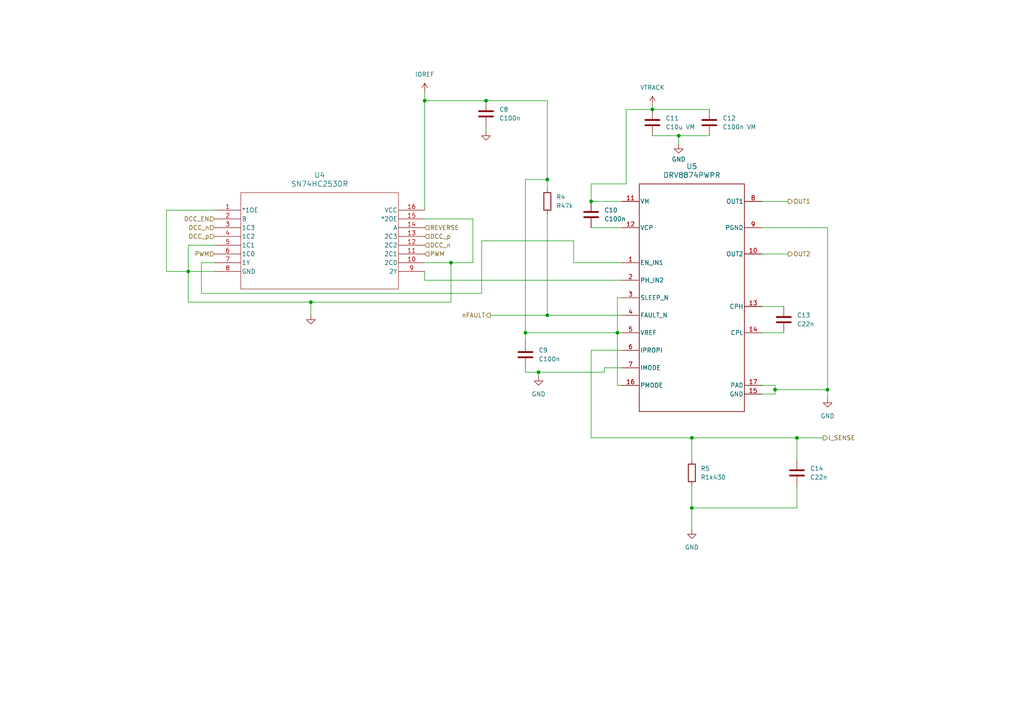
<source format=kicad_sch>
(kicad_sch (version 20231120) (generator "eeschema") (generator_version "8.0")
  (paper "A4")
  (title_block (title "Arduino Nano LCC Booster") (date "2024-11-16") (rev "5") (company "TMRC") (comment 1 "Noah Paladino"))
  (lib_symbols
    (symbol "DRV8874:DRV8874PWPR" (pin_names (offset 0.254))
      (property "Reference" "U" (at 0 2.54 0))
      (property "Value" "DRV8874PWPR" (at 0 0 0))
      (symbol "DRV8874PWPR_0_1"
        (polyline (pts (xy -15.24 -33.02) (xy 15.24 -33.02)) (stroke (width 0.2032)))
        (polyline (pts (xy -15.24 33.02) (xy -15.24 -33.02)) (stroke (width 0.2032)))
        (polyline (pts (xy 15.24 -33.02) (xy 15.24 33.02)) (stroke (width 0.2032)))
        (polyline (pts (xy 15.24 33.02) (xy -15.24 33.02)) (stroke (width 0.2032)))
        (pin input line (at -20.32 10.16 0) (length 5.08) (name "EN_IN1") (number "1"))
        (pin output line (at 20.32 12.7 180) (length 5.08) (name "OUT2") (number "10"))
        (pin power_in line (at -20.32 27.94 0) (length 5.08) (name "VM") (number "11"))
        (pin power_in line (at -20.32 20.32 0) (length 5.08) (name "VCP") (number "12"))
        (pin power_in line (at 20.32 -2.54 180) (length 5.08) (name "CPH") (number "13"))
        (pin power_in line (at 20.32 -10.16 180) (length 5.08) (name "CPL") (number "14"))
        (pin power_in line (at 20.32 -27.94 180) (length 5.08) (name "GND") (number "15"))
        (pin input line (at -20.32 -25.4 0) (length 5.08) (name "PMODE") (number "16"))
        (pin power_in line (at 20.32 -25.4 180) (length 5.08) (name "PAD") (number "17"))
        (pin input line (at -20.32 5.08 0) (length 5.08) (name "PH_IN2") (number "2"))
        (pin input line (at -20.32 0 0) (length 5.08) (name "SLEEP_N") (number "3"))
        (pin open_collector line (at -20.32 -5.08 0) (length 5.08) (name "FAULT_N") (number "4"))
        (pin power_in line (at -20.32 -10.16 0) (length 5.08) (name "VREF") (number "5"))
        (pin output line (at -20.32 -15.24 0) (length 5.08) (name "IPROPI") (number "6"))
        (pin input line (at -20.32 -20.32 0) (length 5.08) (name "IMODE") (number "7"))
        (pin output line (at 20.32 27.94 180) (length 5.08) (name "OUT1") (number "8"))
        (pin power_in line (at 20.32 20.32 180) (length 5.08) (name "PGND") (number "9"))
      )
    )
    (symbol "Device:C" (pin_numbers hide) (pin_names (offset 0.254))
      (property "Reference" "C" (at 0.635 2.54 0))
      (property "Value" "C" (at 0.635 -2.54 0))
      (symbol "C_0_1"
        (polyline (pts (xy -2.032 -0.762) (xy 2.032 -0.762)) (stroke (width 0.508)))
        (polyline (pts (xy -2.032 0.762) (xy 2.032 0.762)) (stroke (width 0.508)))
      )
      (symbol "C_1_1"
        (pin passive line (at 0 3.81 270) (length 2.794) (name "~") (number "1"))
        (pin passive line (at 0 -3.81 90) (length 2.794) (name "~") (number "2"))
      )
    )
    (symbol "Device:R" (pin_numbers hide) (pin_names (offset 0))
      (property "Reference" "R" (at 2.032 0 90))
      (property "Value" "R" (at 0 0 90))
      (symbol "R_0_1"
        (rectangle (start -1.016 -2.54) (end 1.016 2.54) (stroke (width 0.254)))
      )
      (symbol "R_1_1"
        (pin passive line (at 0 3.81 270) (length 1.27) (name "~") (number "1"))
        (pin passive line (at 0 -3.81 90) (length 1.27) (name "~") (number "2"))
      )
    )
    (symbol "SN74HC253DR:SN74HC253DR" (pin_names (offset 0.254))
      (property "Reference" "U" (at 30.48 10.16 0))
      (property "Value" "SN74HC253DR" (at 30.48 7.62 0))
      (symbol "SN74HC253DR_0_1"
        (polyline (pts (xy 7.62 -22.86) (xy 53.34 -22.86)) (stroke (width 0.127)))
        (polyline (pts (xy 7.62 5.08) (xy 7.62 -22.86)) (stroke (width 0.127)))
        (polyline (pts (xy 53.34 -22.86) (xy 53.34 5.08)) (stroke (width 0.127)))
        (polyline (pts (xy 53.34 5.08) (xy 7.62 5.08)) (stroke (width 0.127)))
        (pin input line (at 0 0 0) (length 7.62) (name "*1OE") (number "1"))
        (pin input line (at 60.96 -15.24 180) (length 7.62) (name "2C0") (number "10"))
        (pin input line (at 60.96 -12.7 180) (length 7.62) (name "2C1") (number "11"))
        (pin input line (at 60.96 -10.16 180) (length 7.62) (name "2C2") (number "12"))
        (pin input line (at 60.96 -7.62 180) (length 7.62) (name "2C3") (number "13"))
        (pin input line (at 60.96 -5.08 180) (length 7.62) (name "A") (number "14"))
        (pin input line (at 60.96 -2.54 180) (length 7.62) (name "*2OE") (number "15"))
        (pin power_in line (at 60.96 0 180) (length 7.62) (name "VCC") (number "16"))
        (pin input line (at 0 -2.54 0) (length 7.62) (name "B") (number "2"))
        (pin input line (at 0 -5.08 0) (length 7.62) (name "1C3") (number "3"))
        (pin input line (at 0 -7.62 0) (length 7.62) (name "1C2") (number "4"))
        (pin input line (at 0 -10.16 0) (length 7.62) (name "1C1") (number "5"))
        (pin input line (at 0 -12.7 0) (length 7.62) (name "1C0") (number "6"))
        (pin output line (at 0 -15.24 0) (length 7.62) (name "1Y") (number "7"))
        (pin power_in line (at 0 -17.78 0) (length 7.62) (name "GND") (number "8"))
        (pin output line (at 60.96 -17.78 180) (length 7.62) (name "2Y") (number "9"))
      )
    )
    (symbol "power:+3.3V" (power) (pin_numbers hide) (pin_names (offset 0) hide)
      (property "Value" "+3.3V" (at 0 3.556 0))
      (symbol "+3.3V_0_1"
        (polyline (pts (xy -0.762 1.27) (xy 0 2.54)))
        (polyline (pts (xy 0 0) (xy 0 2.54)))
        (polyline (pts (xy 0 2.54) (xy 0.762 1.27)))
      )
      (symbol "+3.3V_1_1"
        (pin power_in line (at 0 0 90) (length 0) (name "~") (number "1"))
      )
    )
    (symbol "power:GND" (power) (pin_numbers hide) (pin_names (offset 0) hide)
      (property "Value" "GND" (at 0 -3.81 0))
      (symbol "GND_0_1"
        (polyline (pts (xy 0 0) (xy 0 -1.27) (xy 1.27 -1.27) (xy 0 -2.54) (xy -1.27 -1.27) (xy 0 -1.27)))
      )
      (symbol "GND_1_1"
        (pin power_in line (at 0 0 270) (length 0) (name "~") (number "1"))
      )
    )
  )
  (junction (at 196.85 39.37))
  (junction (at 90.17 87.63))
  (junction (at 156.21 107.95))
  (junction (at 140.97 29.21))
  (junction (at 158.75 52.07))
  (junction (at 123.19 29.21))
  (junction (at 231.14 127))
  (junction (at 224.79 113.03))
  (junction (at 200.66 147.32))
  (junction (at 130.81 76.2))
  (junction (at 200.66 127))
  (junction (at 152.4 96.52))
  (junction (at 189.23 31.75))
  (junction (at 179.07 96.52))
  (junction (at 158.75 91.44))
  (junction (at 54.61 78.74))
  (junction (at 171.45 58.42))
  (junction (at 240.03 113.03))
  (wire (pts (xy 123.19 63.5) (xy 137.16 63.5)))
  (wire (pts (xy 158.75 29.21) (xy 158.75 52.07)))
  (wire (pts (xy 54.61 71.12) (xy 54.61 78.74)))
  (wire (pts (xy 220.98 111.76) (xy 224.79 111.76)))
  (wire (pts (xy 171.45 53.34) (xy 171.45 58.42)))
  (wire (pts (xy 139.7 85.09) (xy 139.7 69.85)))
  (wire (pts (xy 231.14 147.32) (xy 231.14 140.97)))
  (wire (pts (xy 156.21 107.95) (xy 175.26 107.95)))
  (wire (pts (xy 231.14 127) (xy 231.14 133.35)))
  (wire (pts (xy 166.37 76.2) (xy 180.34 76.2)))
  (wire (pts (xy 62.23 76.2) (xy 58.42 76.2)))
  (wire (pts (xy 62.23 71.12) (xy 54.61 71.12)))
  (wire (pts (xy 238.76 127) (xy 231.14 127)))
  (wire (pts (xy 181.61 31.75) (xy 181.61 53.34)))
  (wire (pts (xy 48.26 78.74) (xy 54.61 78.74)))
  (wire (pts (xy 200.66 147.32) (xy 231.14 147.32)))
  (wire (pts (xy 123.19 81.28) (xy 123.19 78.74)))
  (wire (pts (xy 189.23 31.75) (xy 181.61 31.75)))
  (wire (pts (xy 152.4 96.52) (xy 179.07 96.52)))
  (wire (pts (xy 180.34 111.76) (xy 179.07 111.76)))
  (wire (pts (xy 166.37 69.85) (xy 166.37 76.2)))
  (wire (pts (xy 137.16 76.2) (xy 130.81 76.2)))
  (wire (pts (xy 140.97 29.21) (xy 158.75 29.21)))
  (wire (pts (xy 130.81 76.2) (xy 130.81 87.63)))
  (wire (pts (xy 142.24 91.44) (xy 158.75 91.44)))
  (wire (pts (xy 58.42 85.09) (xy 139.7 85.09)))
  (wire (pts (xy 130.81 87.63) (xy 90.17 87.63)))
  (wire (pts (xy 175.26 106.68) (xy 175.26 107.95)))
  (wire (pts (xy 196.85 39.37) (xy 205.74 39.37)))
  (wire (pts (xy 171.45 58.42) (xy 180.34 58.42)))
  (wire (pts (xy 228.6 73.66) (xy 220.98 73.66)))
  (wire (pts (xy 140.97 36.83) (xy 140.97 38.1)))
  (wire (pts (xy 152.4 107.95) (xy 152.4 106.68)))
  (wire (pts (xy 171.45 127) (xy 200.66 127)))
  (wire (pts (xy 180.34 101.6) (xy 171.45 101.6)))
  (wire (pts (xy 189.23 39.37) (xy 196.85 39.37)))
  (wire (pts (xy 180.34 96.52) (xy 179.07 96.52)))
  (wire (pts (xy 152.4 107.95) (xy 156.21 107.95)))
  (wire (pts (xy 189.23 31.75) (xy 205.74 31.75)))
  (wire (pts (xy 58.42 76.2) (xy 58.42 85.09)))
  (wire (pts (xy 189.23 30.48) (xy 189.23 31.75)))
  (wire (pts (xy 123.19 76.2) (xy 130.81 76.2)))
  (wire (pts (xy 228.6 58.42) (xy 220.98 58.42)))
  (wire (pts (xy 196.85 41.91) (xy 196.85 39.37)))
  (wire (pts (xy 158.75 91.44) (xy 180.34 91.44)))
  (wire (pts (xy 224.79 113.03) (xy 240.03 113.03)))
  (wire (pts (xy 179.07 86.36) (xy 179.07 96.52)))
  (wire (pts (xy 123.19 81.28) (xy 180.34 81.28)))
  (wire (pts (xy 137.16 63.5) (xy 137.16 76.2)))
  (wire (pts (xy 224.79 113.03) (xy 224.79 114.3)))
  (wire (pts (xy 48.26 60.96) (xy 48.26 78.74)))
  (wire (pts (xy 200.66 127) (xy 200.66 133.35)))
  (wire (pts (xy 152.4 96.52) (xy 152.4 99.06)))
  (wire (pts (xy 90.17 91.44) (xy 90.17 87.63)))
  (wire (pts (xy 90.17 87.63) (xy 54.61 87.63)))
  (wire (pts (xy 123.19 29.21) (xy 123.19 60.96)))
  (wire (pts (xy 158.75 52.07) (xy 158.75 54.61)))
  (wire (pts (xy 62.23 60.96) (xy 48.26 60.96)))
  (wire (pts (xy 152.4 96.52) (xy 152.4 52.07)))
  (wire (pts (xy 240.03 113.03) (xy 240.03 115.57)))
  (wire (pts (xy 171.45 66.04) (xy 180.34 66.04)))
  (wire (pts (xy 54.61 78.74) (xy 62.23 78.74)))
  (wire (pts (xy 181.61 53.34) (xy 171.45 53.34)))
  (wire (pts (xy 227.33 96.52) (xy 220.98 96.52)))
  (wire (pts (xy 200.66 147.32) (xy 200.66 153.67)))
  (wire (pts (xy 200.66 140.97) (xy 200.66 147.32)))
  (wire (pts (xy 171.45 101.6) (xy 171.45 127)))
  (wire (pts (xy 123.19 29.21) (xy 140.97 29.21)))
  (wire (pts (xy 180.34 106.68) (xy 175.26 106.68)))
  (wire (pts (xy 240.03 66.04) (xy 240.03 113.03)))
  (wire (pts (xy 152.4 52.07) (xy 158.75 52.07)))
  (wire (pts (xy 220.98 114.3) (xy 224.79 114.3)))
  (wire (pts (xy 156.21 107.95) (xy 156.21 109.22)))
  (wire (pts (xy 179.07 111.76) (xy 179.07 96.52)))
  (wire (pts (xy 54.61 87.63) (xy 54.61 78.74)))
  (wire (pts (xy 180.34 86.36) (xy 179.07 86.36)))
  (wire (pts (xy 224.79 111.76) (xy 224.79 113.03)))
  (wire (pts (xy 123.19 26.67) (xy 123.19 29.21)))
  (wire (pts (xy 139.7 69.85) (xy 166.37 69.85)))
  (wire (pts (xy 200.66 127) (xy 231.14 127)))
  (wire (pts (xy 220.98 66.04) (xy 240.03 66.04)))
  (wire (pts (xy 158.75 62.23) (xy 158.75 91.44)))
  (wire (pts (xy 227.33 88.9) (xy 220.98 88.9)))
  (hierarchical_label "I_SENSE" (shape output) (at 238.76 127 0))
  (hierarchical_label "nFAULT" (shape output) (at 142.24 91.44 180))
  (hierarchical_label "OUT2" (shape output) (at 228.6 73.66 0))
  (hierarchical_label "DCC_p" (shape input) (at 123.19 68.58 0))
  (hierarchical_label "REVERSE" (shape input) (at 123.19 66.04 0))
  (hierarchical_label "DCC_EN" (shape input) (at 62.23 63.5 180))
  (hierarchical_label "PWM" (shape input) (at 123.19 73.66 0))
  (hierarchical_label "OUT1" (shape output) (at 228.6 58.42 0))
  (hierarchical_label "DCC_p" (shape input) (at 62.23 68.58 180))
  (hierarchical_label "DCC_n" (shape input) (at 123.19 71.12 0))
  (hierarchical_label "DCC_n" (shape input) (at 62.23 66.04 180))
  (hierarchical_label "PWM" (shape input) (at 62.23 73.66 180))
  (symbol (lib_id "Device:R") (at 200.66 137.16 0) (unit 1)
    (property "Reference" "R2" (at 203.2 135.8899 0) (effects (justify left)))
    (property "Value" "R1k430" (at 203.2 138.4299 0) (effects (justify left)))
    (property "Footprint" "Resistor_SMD:R_0805_2012Metric_Pad1.20x1.40mm_HandSolder" (effects (hide yes)))
    (property "Description" "Resistor" (effects (hide yes)))
    (property "Manufacturer Part Number" "RC0805FR-071K43L" (effects (hide yes)))
    (property "MANUFACTURER" "Yageo" (effects (hide yes)))
    (instances (project "Pico_LCC" (path "" (reference "R5") (unit 1)) (path "" (reference "R11") (unit 1)) (path "" (reference "R8") (unit 1)) (path "" (reference "R2") (unit 1))))
  )
  (symbol (lib_id "Device:C") (at 152.4 102.87 0) (unit 1)
    (property "Reference" "C2" (at 156.21 101.5999 0) (effects (justify left)))
    (property "Value" "C100n" (at 156.21 104.1399 0) (effects (justify left)))
    (property "Footprint" "Capacitor_SMD:C_0805_2012Metric_Pad1.18x1.45mm_HandSolder" (effects (hide yes)))
    (property "Description" "Unpolarized capacitor" (effects (hide yes)))
    (property "MANUFACTURER" "Samsung" (effects (hide yes)))
    (property "Manufacturer Part Number" "CL21B104KACNFNC" (effects (hide yes)))
    (instances (project "Pico_LCC" (path "" (reference "C9") (unit 1)) (path "" (reference "C23") (unit 1)) (path "" (reference "C16") (unit 1)) (path "" (reference "C2") (unit 1))))
  )
  (symbol (lib_id "Device:R") (at 158.75 58.42 0) (unit 1)
    (property "Reference" "R1" (at 161.29 57.1499 0) (effects (justify left)))
    (property "Value" "R47k" (at 161.29 59.6899 0) (effects (justify left)))
    (property "Footprint" "Resistor_SMD:R_0805_2012Metric_Pad1.20x1.40mm_HandSolder" (effects (hide yes)))
    (property "Description" "Resistor" (effects (hide yes)))
    (property "Manufacturer Part Number" "ERJ6ENF4702V" (effects (hide yes)))
    (property "MANUFACTURER" "Panasonic" (effects (hide yes)))
    (instances (project "Pico_LCC" (path "" (reference "R4") (unit 1)) (path "" (reference "R10") (unit 1)) (path "" (reference "R7") (unit 1)) (path "" (reference "R1") (unit 1))))
  )
  (symbol (lib_id "power:+3.3V") (at 189.23 30.48 0) (unit 1)
    (property "Reference" "#PWR08" (effects (hide yes)))
    (property "Value" "VTRACK" (at 189.23 25.4 0))
    (property "Description" "Power symbol creates a global label with name \"VIN\"" (effects (hide yes)))
    (instances (project "Pico_LCC" (path "" (reference "#PWR016") (unit 1)) (path "" (reference "#PWR032") (unit 1)) (path "" (reference "#PWR024") (unit 1)) (path "" (reference "#PWR08") (unit 1))))
  )
  (symbol (lib_id "power:+3.3V") (at 123.19 26.67 0) (unit 1)
    (property "Reference" "#PWR05" (effects (hide yes)))
    (property "Value" "IOREF" (at 123.19 21.59 0))
    (property "Description" "Power symbol creates a global label with name \"+3.3V\"" (effects (hide yes)))
    (instances (project "Pico_LCC" (path "" (reference "#PWR013") (unit 1)) (path "" (reference "#PWR029") (unit 1)) (path "" (reference "#PWR021") (unit 1)) (path "" (reference "#PWR05") (unit 1))))
  )
  (symbol (lib_id "SN74HC253DR:SN74HC253DR") (at 62.23 60.96 0) (unit 1)
    (property "Reference" "U2" (at 92.71 50.8 0) (effects (font (size 1.524 1.524))))
    (property "Value" "SN74HC253DR" (at 92.71 53.34 0) (effects (font (size 1.524 1.524))))
    (property "Footprint" "Package_SO:SO-16_3.9x9.9mm_P1.27mm" (effects (hide yes)))
    (property "Datasheet" "SN74HC253DR" (effects (hide yes)))
    (property "Manufacturer Part Number" "SN74HC253DR" (effects (hide yes)))
    (property "MANUFACTURER" "TI" (effects (hide yes)))
    (instances (project "Pico_LCC" (path "" (reference "U4") (unit 1)) (path "" (reference "U8") (unit 1)) (path "" (reference "U6") (unit 1)) (path "" (reference "U2") (unit 1))))
  )
  (symbol (lib_id "power:GND") (at 140.97 38.1 0) (unit 1)
    (property "Reference" "#PWR06" (effects (hide yes)))
    (property "Value" "GND" (effects (hide yes)))
    (property "Description" "Power symbol creates a global label with name \"GND\" , ground" (effects (hide yes)))
    (instances (project "Pico_LCC" (path "" (reference "#PWR014") (unit 1)) (path "" (reference "#PWR030") (unit 1)) (path "" (reference "#PWR022") (unit 1)) (path "" (reference "#PWR06") (unit 1))))
  )
  (symbol (lib_id "Device:C") (at 189.23 35.56 0) (unit 1)
    (property "Reference" "C4" (at 193.04 34.2899 0) (effects (justify left)))
    (property "Value" "C10u VM" (at 193.04 36.8299 0) (effects (justify left)))
    (property "Footprint" "Capacitor_SMD:C_1206_3216Metric_Pad1.33x1.80mm_HandSolder" (effects (hide yes)))
    (property "Description" "Unpolarized capacitor" (effects (hide yes)))
    (property "Manufacturer Part Number" "CL31A106KBHNNNE" (effects (hide yes)))
    (property "MANUFACTURER" "Samsung" (effects (hide yes)))
    (instances (project "Pico_LCC" (path "" (reference "C11") (unit 1)) (path "" (reference "C25") (unit 1)) (path "" (reference "C18") (unit 1)) (path "" (reference "C4") (unit 1))))
  )
  (symbol (lib_id "power:GND") (at 90.17 91.44 0) (unit 1)
    (property "Reference" "#PWR04" (effects (hide yes)))
    (property "Value" "GND" (effects (hide yes)))
    (property "Description" "Power symbol creates a global label with name \"GND\" , ground" (effects (hide yes)))
    (instances (project "Pico_LCC" (path "" (reference "#PWR012") (unit 1)) (path "" (reference "#PWR028") (unit 1)) (path "" (reference "#PWR020") (unit 1)) (path "" (reference "#PWR04") (unit 1))))
  )
  (symbol (lib_id "power:GND") (at 196.85 41.91 0) (unit 1)
    (property "Reference" "#PWR09" (effects (hide yes)))
    (property "Value" "GND" (at 196.85 46.228 0))
    (property "Description" "Power symbol creates a global label with name \"GND\" , ground" (effects (hide yes)))
    (instances (project "Pico_LCC" (path "" (reference "#PWR017") (unit 1)) (path "" (reference "#PWR033") (unit 1)) (path "" (reference "#PWR025") (unit 1)) (path "" (reference "#PWR09") (unit 1))))
  )
  (symbol (lib_id "Device:C") (at 140.97 33.02 0) (unit 1)
    (property "Reference" "C1" (at 144.78 31.7499 0) (effects (justify left)))
    (property "Value" "C100n" (at 144.78 34.2899 0) (effects (justify left)))
    (property "Footprint" "Capacitor_SMD:C_0805_2012Metric_Pad1.18x1.45mm_HandSolder" (effects (hide yes)))
    (property "Description" "Unpolarized capacitor" (effects (hide yes)))
    (property "MANUFACTURER" "Samsung" (effects (hide yes)))
    (property "Manufacturer Part Number" "CL21B104KACNFNC" (effects (hide yes)))
    (instances (project "Pico_LCC" (path "" (reference "C8") (unit 1)) (path "" (reference "C22") (unit 1)) (path "" (reference "C15") (unit 1)) (path "" (reference "C1") (unit 1))))
  )
  (symbol (lib_id "Device:C") (at 205.74 35.56 0) (unit 1)
    (property "Reference" "C5" (at 209.55 34.2899 0) (effects (justify left)))
    (property "Value" "C100n VM" (at 209.55 36.8299 0) (effects (justify left)))
    (property "Footprint" "Capacitor_SMD:C_0805_2012Metric_Pad1.18x1.45mm_HandSolder" (effects (hide yes)))
    (property "Description" "Unpolarized capacitor" (effects (hide yes)))
    (property "MANUFACTURER" "Samsung" (effects (hide yes)))
    (property "Manufacturer Part Number" "CL21B104KBFXPJE" (effects (hide yes)))
    (instances (project "Pico_LCC" (path "" (reference "C12") (unit 1)) (path "" (reference "C26") (unit 1)) (path "" (reference "C19") (unit 1)) (path "" (reference "C5") (unit 1))))
  )
  (symbol (lib_id "Device:C") (at 227.33 92.71 0) (unit 1)
    (property "Reference" "C6" (at 231.14 91.4399 0) (effects (justify left)))
    (property "Value" "C22n" (at 231.14 93.9799 0) (effects (justify left)))
    (property "Footprint" "Capacitor_SMD:C_0805_2012Metric_Pad1.18x1.45mm_HandSolder" (effects (hide yes)))
    (property "Description" "Unpolarized capacitor" (effects (hide yes)))
    (property "Manufacturer Part Number" "CL21B223JBANNNC" (effects (hide yes)))
    (property "MANUFACTURER" "Samsung" (effects (hide yes)))
    (instances (project "Pico_LCC" (path "" (reference "C13") (unit 1)) (path "" (reference "C27") (unit 1)) (path "" (reference "C20") (unit 1)) (path "" (reference "C6") (unit 1))))
  )
  (symbol (lib_id "power:GND") (at 156.21 109.22 0) (unit 1)
    (property "Reference" "#PWR07" (effects (hide yes)))
    (property "Value" "GND" (at 156.21 114.3 0))
    (property "Description" "Power symbol creates a global label with name \"GND\" , ground" (effects (hide yes)))
    (instances (project "Pico_LCC" (path "" (reference "#PWR015") (unit 1)) (path "" (reference "#PWR031") (unit 1)) (path "" (reference "#PWR023") (unit 1)) (path "" (reference "#PWR07") (unit 1))))
  )
  (symbol (lib_id "power:GND") (at 200.66 153.67 0) (unit 1)
    (property "Reference" "#PWR010" (effects (hide yes)))
    (property "Value" "GND" (at 200.66 158.75 0))
    (property "Description" "Power symbol creates a global label with name \"GND\" , ground" (effects (hide yes)))
    (instances (project "Pico_LCC" (path "" (reference "#PWR018") (unit 1)) (path "" (reference "#PWR034") (unit 1)) (path "" (reference "#PWR026") (unit 1)) (path "" (reference "#PWR010") (unit 1))))
  )
  (symbol (lib_id "power:GND") (at 240.03 115.57 0) (unit 1)
    (property "Reference" "#PWR011" (effects (hide yes)))
    (property "Value" "GND" (at 240.03 120.65 0))
    (property "Description" "Power symbol creates a global label with name \"GND\" , ground" (effects (hide yes)))
    (instances (project "Pico_LCC" (path "" (reference "#PWR019") (unit 1)) (path "" (reference "#PWR035") (unit 1)) (path "" (reference "#PWR027") (unit 1)) (path "" (reference "#PWR011") (unit 1))))
  )
  (symbol (lib_id "Device:C") (at 231.14 137.16 0) (unit 1)
    (property "Reference" "C7" (at 234.95 135.8899 0) (effects (justify left)))
    (property "Value" "C22n" (at 234.95 138.4299 0) (effects (justify left)))
    (property "Footprint" "Capacitor_SMD:C_0805_2012Metric_Pad1.18x1.45mm_HandSolder" (effects (hide yes)))
    (property "Description" "Unpolarized capacitor" (effects (hide yes)))
    (property "Manufacturer Part Number" "CL21B223JBANNNC" (effects (hide yes)))
    (property "MANUFACTURER" "Samsung" (effects (hide yes)))
    (instances (project "Pico_LCC" (path "" (reference "C14") (unit 1)) (path "" (reference "C28") (unit 1)) (path "" (reference "C21") (unit 1)) (path "" (reference "C7") (unit 1))))
  )
  (symbol (lib_id "Device:C") (at 171.45 62.23 0) (unit 1)
    (property "Reference" "C3" (at 175.26 60.9599 0) (effects (justify left)))
    (property "Value" "C100n" (at 175.26 63.4999 0) (effects (justify left)))
    (property "Footprint" "Capacitor_SMD:C_0805_2012Metric_Pad1.18x1.45mm_HandSolder" (effects (hide yes)))
    (property "Description" "Unpolarized capacitor" (effects (hide yes)))
    (property "MANUFACTURER" "Samsung" (effects (hide yes)))
    (property "Manufacturer Part Number" "CL21B104KACNFNC" (effects (hide yes)))
    (instances (project "Pico_LCC" (path "" (reference "C10") (unit 1)) (path "" (reference "C24") (unit 1)) (path "" (reference "C17") (unit 1)) (path "" (reference "C3") (unit 1))))
  )
  (symbol (lib_id "DRV8874:DRV8874PWPR") (at 200.66 86.36 0) (unit 1)
    (property "Reference" "U3" (at 200.66 48.26 0) (effects (font (size 1.524 1.524))))
    (property "Value" "DRV8874PWPR" (at 200.66 50.8 0) (effects (font (size 1.524 1.524))))
    (property "Footprint" "DRV8874:PWP0016J_NV" (effects (hide yes)))
    (property "Datasheet" "DRV8874PWPR" (effects (hide yes)))
    (property "MANUFACTURER" "TI" (effects (hide yes)))
    (property "Manufacturer Part Number" "DRV8874PWPR" (effects (hide yes)))
    (instances (project "Pico_LCC" (path "" (reference "U5") (unit 1)) (path "" (reference "U9") (unit 1)) (path "" (reference "U7") (unit 1)) (path "" (reference "U3") (unit 1))))
  )
)
</source>
